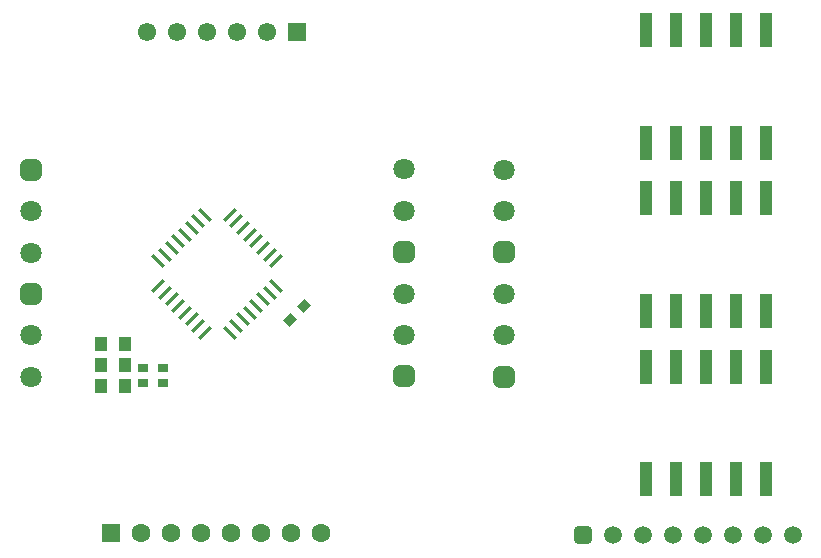
<source format=gbr>
%TF.GenerationSoftware,Altium Limited,Altium Designer,21.6.4 (81)*%
G04 Layer_Color=255*
%FSLAX43Y43*%
%MOMM*%
%TF.SameCoordinates,EF7AACBD-433E-4B6D-8733-A8E214C0EB56*%
%TF.FilePolarity,Positive*%
%TF.FileFunction,Pads,Top*%
%TF.Part,Single*%
G01*
G75*
%TA.AperFunction,SMDPad,CuDef*%
%ADD11R,0.900X0.800*%
%ADD12R,1.100X1.200*%
G04:AMPARAMS|DCode=13|XSize=0.9mm|YSize=0.8mm|CornerRadius=0mm|HoleSize=0mm|Usage=FLASHONLY|Rotation=45.000|XOffset=0mm|YOffset=0mm|HoleType=Round|Shape=Rectangle|*
%AMROTATEDRECTD13*
4,1,4,-0.035,-0.601,-0.601,-0.035,0.035,0.601,0.601,0.035,-0.035,-0.601,0.0*
%
%ADD13ROTATEDRECTD13*%

%ADD14R,1.000X2.940*%
G04:AMPARAMS|DCode=15|XSize=0.304mm|YSize=1.353mm|CornerRadius=0mm|HoleSize=0mm|Usage=FLASHONLY|Rotation=45.000|XOffset=0mm|YOffset=0mm|HoleType=Round|Shape=Rectangle|*
%AMROTATEDRECTD15*
4,1,4,0.371,-0.586,-0.586,0.371,-0.371,0.586,0.586,-0.371,0.371,-0.586,0.0*
%
%ADD15ROTATEDRECTD15*%

G04:AMPARAMS|DCode=16|XSize=0.304mm|YSize=1.353mm|CornerRadius=0mm|HoleSize=0mm|Usage=FLASHONLY|Rotation=135.000|XOffset=0mm|YOffset=0mm|HoleType=Round|Shape=Rectangle|*
%AMROTATEDRECTD16*
4,1,4,0.586,0.371,-0.371,-0.586,-0.586,-0.371,0.371,0.586,0.586,0.371,0.0*
%
%ADD16ROTATEDRECTD16*%

%TA.AperFunction,ComponentPad*%
%ADD23C,1.800*%
G04:AMPARAMS|DCode=24|XSize=1.8mm|YSize=1.8mm|CornerRadius=0.45mm|HoleSize=0mm|Usage=FLASHONLY|Rotation=270.000|XOffset=0mm|YOffset=0mm|HoleType=Round|Shape=RoundedRectangle|*
%AMROUNDEDRECTD24*
21,1,1.800,0.900,0,0,270.0*
21,1,0.900,1.800,0,0,270.0*
1,1,0.900,-0.450,-0.450*
1,1,0.900,-0.450,0.450*
1,1,0.900,0.450,0.450*
1,1,0.900,0.450,-0.450*
%
%ADD24ROUNDEDRECTD24*%
%ADD25C,1.600*%
%ADD26R,1.600X1.600*%
%ADD27C,1.520*%
G04:AMPARAMS|DCode=28|XSize=1.52mm|YSize=1.52mm|CornerRadius=0.38mm|HoleSize=0mm|Usage=FLASHONLY|Rotation=0.000|XOffset=0mm|YOffset=0mm|HoleType=Round|Shape=RoundedRectangle|*
%AMROUNDEDRECTD28*
21,1,1.520,0.760,0,0,0.0*
21,1,0.760,1.520,0,0,0.0*
1,1,0.760,0.380,-0.380*
1,1,0.760,-0.380,-0.380*
1,1,0.760,-0.380,0.380*
1,1,0.760,0.380,0.380*
%
%ADD28ROUNDEDRECTD28*%
%ADD29C,1.550*%
%ADD30R,1.550X1.550*%
D11*
X25273Y23774D02*
D03*
X26973D02*
D03*
Y22479D02*
D03*
X25273D02*
D03*
D12*
X21708Y24003D02*
D03*
X23808D02*
D03*
X21708Y22250D02*
D03*
X23808D02*
D03*
Y25756D02*
D03*
X21708D02*
D03*
D13*
X37702Y27822D02*
D03*
X38904Y29024D02*
D03*
D14*
X67894Y28540D02*
D03*
X70434D02*
D03*
X72974D02*
D03*
X75514D02*
D03*
X78054D02*
D03*
Y38100D02*
D03*
X75514D02*
D03*
X72974D02*
D03*
X70434D02*
D03*
X67894D02*
D03*
Y52324D02*
D03*
X70434D02*
D03*
X72974D02*
D03*
X75514D02*
D03*
X78054D02*
D03*
Y42764D02*
D03*
X75514D02*
D03*
X72974D02*
D03*
X70434D02*
D03*
X67894D02*
D03*
X67894Y23860D02*
D03*
X70434D02*
D03*
X72974D02*
D03*
X75514D02*
D03*
X78054D02*
D03*
Y14300D02*
D03*
X75514D02*
D03*
X72974D02*
D03*
X70434D02*
D03*
X67894D02*
D03*
D15*
X36597Y30685D02*
D03*
X36032Y30119D02*
D03*
X35466Y29553D02*
D03*
X34900Y28988D02*
D03*
X34335Y28422D02*
D03*
X33769Y27856D02*
D03*
X33203Y27291D02*
D03*
X32638Y26725D02*
D03*
X26598Y32765D02*
D03*
X27164Y33330D02*
D03*
X27729Y33896D02*
D03*
X28295Y34462D02*
D03*
X28861Y35027D02*
D03*
X29426Y35593D02*
D03*
X29992Y36159D02*
D03*
X30558Y36724D02*
D03*
D16*
Y26725D02*
D03*
X29992Y27291D02*
D03*
X29426Y27856D02*
D03*
X28861Y28422D02*
D03*
X28295Y28988D02*
D03*
X27729Y29553D02*
D03*
X27164Y30119D02*
D03*
X26598Y30685D02*
D03*
X32638Y36724D02*
D03*
X33203Y36159D02*
D03*
X33769Y35593D02*
D03*
X34335Y35027D02*
D03*
X34900Y34462D02*
D03*
X35466Y33896D02*
D03*
X36032Y33330D02*
D03*
X36597Y32765D02*
D03*
D23*
X15850Y26492D02*
D03*
Y22992D02*
D03*
X55855Y40528D02*
D03*
Y37028D02*
D03*
X55853Y30018D02*
D03*
Y26518D02*
D03*
X15850Y37008D02*
D03*
Y33508D02*
D03*
X47422Y37059D02*
D03*
Y40559D02*
D03*
X47423Y26543D02*
D03*
Y30043D02*
D03*
D24*
X15850Y29992D02*
D03*
X55855Y33528D02*
D03*
X55853Y23018D02*
D03*
X15850Y40508D02*
D03*
X47422Y33559D02*
D03*
X47423Y23043D02*
D03*
D25*
X40361Y9779D02*
D03*
X37821D02*
D03*
X32741D02*
D03*
X27661D02*
D03*
X25121D02*
D03*
X30201D02*
D03*
X35281D02*
D03*
D26*
X22581D02*
D03*
D27*
X80289Y9627D02*
D03*
X77749D02*
D03*
X67589D02*
D03*
X65049D02*
D03*
X70129D02*
D03*
X72669D02*
D03*
X75209D02*
D03*
D28*
X62509D02*
D03*
D29*
X25654Y52172D02*
D03*
X28194D02*
D03*
X30734D02*
D03*
X33274D02*
D03*
X35814D02*
D03*
D30*
X38354D02*
D03*
%TF.MD5,eafde8b786621bac87581c997a2aecc8*%
M02*

</source>
